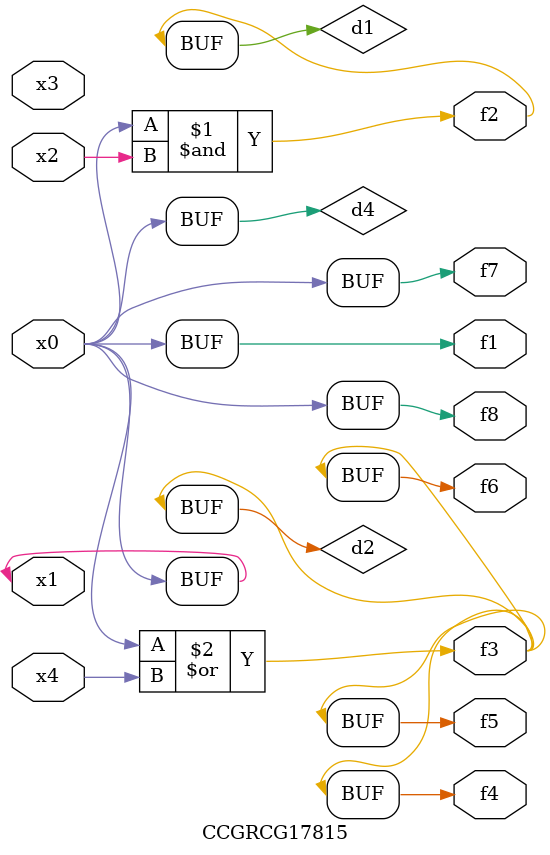
<source format=v>
module CCGRCG17815(
	input x0, x1, x2, x3, x4,
	output f1, f2, f3, f4, f5, f6, f7, f8
);

	wire d1, d2, d3, d4;

	and (d1, x0, x2);
	or (d2, x0, x4);
	nand (d3, x0, x2);
	buf (d4, x0, x1);
	assign f1 = d4;
	assign f2 = d1;
	assign f3 = d2;
	assign f4 = d2;
	assign f5 = d2;
	assign f6 = d2;
	assign f7 = d4;
	assign f8 = d4;
endmodule

</source>
